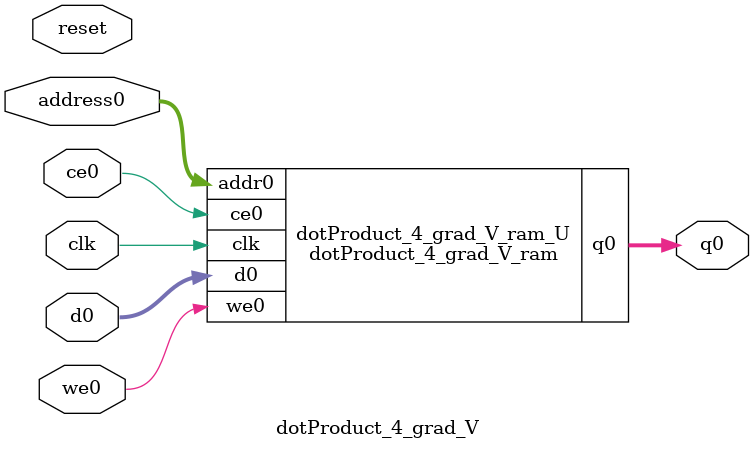
<source format=v>

`timescale 1 ns / 1 ps
module dotProduct_4_grad_V_ram (addr0, ce0, d0, we0, q0,  clk);

parameter DWIDTH = 32;
parameter AWIDTH = 8;
parameter MEM_SIZE = 256;

input[AWIDTH-1:0] addr0;
input ce0;
input[DWIDTH-1:0] d0;
input we0;
output reg[DWIDTH-1:0] q0;
input clk;

(* ram_style = "block" *)reg [DWIDTH-1:0] ram[0:MEM_SIZE-1];




always @(posedge clk)  
begin 
    if (ce0) 
    begin
        if (we0) 
        begin 
            ram[addr0] <= d0; 
            q0 <= d0;
        end 
        else 
            q0 <= ram[addr0];
    end
end


endmodule


`timescale 1 ns / 1 ps
module dotProduct_4_grad_V(
    reset,
    clk,
    address0,
    ce0,
    we0,
    d0,
    q0);

parameter DataWidth = 32'd32;
parameter AddressRange = 32'd256;
parameter AddressWidth = 32'd8;
input reset;
input clk;
input[AddressWidth - 1:0] address0;
input ce0;
input we0;
input[DataWidth - 1:0] d0;
output[DataWidth - 1:0] q0;



dotProduct_4_grad_V_ram dotProduct_4_grad_V_ram_U(
    .clk( clk ),
    .addr0( address0 ),
    .ce0( ce0 ),
    .we0( we0 ),
    .d0( d0 ),
    .q0( q0 ));

endmodule


</source>
